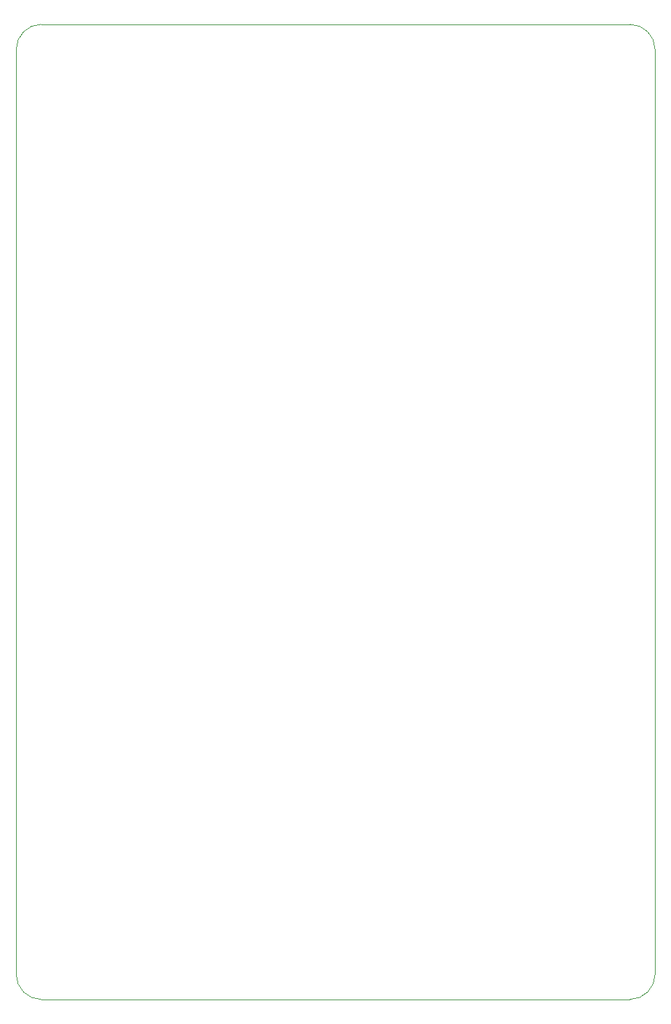
<source format=gbr>
%TF.GenerationSoftware,KiCad,Pcbnew,(5.1.6)-1*%
%TF.CreationDate,2020-11-22T11:15:34-08:00*%
%TF.ProjectId,tenkey_plusplus,74656e6b-6579-45f7-906c-7573706c7573,1*%
%TF.SameCoordinates,Original*%
%TF.FileFunction,Profile,NP*%
%FSLAX46Y46*%
G04 Gerber Fmt 4.6, Leading zero omitted, Abs format (unit mm)*
G04 Created by KiCad (PCBNEW (5.1.6)-1) date 2020-11-22 11:15:34*
%MOMM*%
%LPD*%
G01*
G04 APERTURE LIST*
%TA.AperFunction,Profile*%
%ADD10C,0.050000*%
%TD*%
G04 APERTURE END LIST*
D10*
X148967018Y-161651988D02*
G75*
G02*
X145919018Y-164699988I-3048000J0D01*
G01*
X74545018Y-164699988D02*
G75*
G02*
X71497018Y-161651988I0J3048000D01*
G01*
X71497018Y-49637988D02*
G75*
G02*
X74545018Y-46589988I3048000J0D01*
G01*
X145919018Y-46589988D02*
G75*
G02*
X148967018Y-49637988I0J-3048000D01*
G01*
X148967018Y-161651988D02*
X148967018Y-49637988D01*
X74545018Y-164699988D02*
X145919018Y-164699988D01*
X71497018Y-49637988D02*
X71497018Y-161654018D01*
X74545018Y-46589988D02*
X145919018Y-46589988D01*
M02*

</source>
